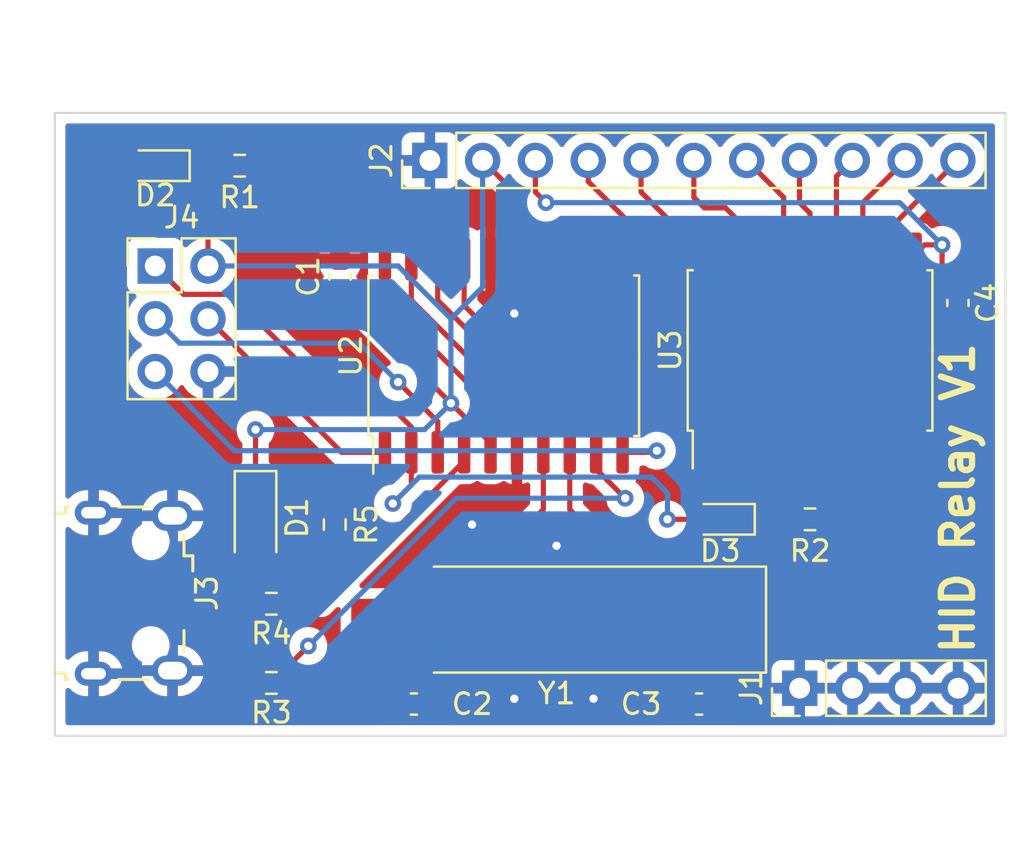
<source format=kicad_pcb>
(kicad_pcb (version 20211014) (generator pcbnew)
  (layers (0 "F.Cu" signal) (31 "B.Cu" signal) (34 "B.Paste" user) (35 "F.Paste" user) (36 "B.SilkS" user "B.Silkscreen") (37 "F.SilkS" user "F.Silkscreen") (38 "B.Mask" user) (39 "F.Mask" user) (44 "Edge.Cuts" user))
  (net 0 "")
  (net 1 "/MOSI")
  (net 2 "/MISO")
  (net 3 "/SCK")
  (net 4 "/VCC")
  (net 5 "GNDREF")
  (net 6 "Net-(C2-Pad1)")
  (net 7 "/RST")
  (net 8 "/VBUS")
  (net 9 "/D-")
  (net 10 "/D+")
  (net 11 "Net-(D3-Pad1)")
  (net 12 "/VRELAY")
  (net 13 "Net-(C3-Pad1)")
  (net 14 "Net-(D2-Pad1)")
  (net 15 "Net-(J2-Pad4)")
  (net 16 "Net-(J2-Pad5)")
  (net 17 "Net-(J2-Pad6)")
  (net 18 "Net-(J2-Pad7)")
  (net 19 "Net-(J2-Pad8)")
  (net 20 "Net-(J2-Pad9)")
  (net 21 "Net-(J2-Pad10)")
  (net 22 "Net-(J2-Pad11)")
  (net 24 "Net-(R3-Pad1)")
  (net 25 "Net-(R4-Pad1)")
  (net 26 "Net-(U2-Pad11)")
  (net 27 "Net-(U2-Pad12)")
  (net 28 "Net-(U2-Pad13)")
  (net 29 "Net-(U2-Pad14)")
  (net 30 "Net-(U2-Pad17)")
  (net 31 "Net-(U2-Pad18)")
  (net 32 "Net-(U2-Pad19)")
  (net 33 "Net-(U2-Pad20)")
  (footprint "Connector_PinHeader_2.54mm:PinHeader_2x03_P2.54mm_Vertical" (layer "F.Cu") (at 120.396 112.522)
    (fp_text reference "J4" (at 1.27 -2.33) (layer "F.SilkS"))
    (fp_text value "AVR-ISP-6")
    (fp_line (start 1.27 -1.33) (end 3.87 -1.33) (layer "F.SilkS") (width 0.12))
    (fp_line (start -1.33 0) (end -1.33 -1.33) (layer "F.SilkS") (width 0.12))
    (fp_line (start 1.27 1.27) (end 1.27 -1.33) (layer "F.SilkS") (width 0.12))
    (fp_line (start 3.87 -1.33) (end 3.87 6.41) (layer "F.SilkS") (width 0.12))
    (fp_line (start -1.33 -1.33) (end 0 -1.33) (layer "F.SilkS") (width 0.12))
    (fp_line (start -1.33 1.27) (end -1.33 6.41) (layer "F.SilkS") (width 0.12))
    (fp_line (start -1.33 6.41) (end 3.87 6.41) (layer "F.SilkS") (width 0.12))
    (fp_line (start -1.33 1.27) (end 1.27 1.27) (layer "F.SilkS") (width 0.12))
    (pad "1" thru_hole rect (at 0 0) (size 1.7 1.7) (drill 1) (layers *.Cu *.Mask) (net 2 "/MISO"))
    (pad "2" thru_hole oval (at 2.54 0) (size 1.7 1.7) (drill 1) (layers *.Cu *.Mask) (net 4 "/VCC"))
    (pad "3" thru_hole oval (at 0 2.54) (size 1.7 1.7) (drill 1) (layers *.Cu *.Mask) (net 3 "/SCK"))
    (pad "4" thru_hole oval (at 2.54 2.54) (size 1.7 1.7) (drill 1) (layers *.Cu *.Mask) (net 1 "/MOSI"))
    (pad "5" thru_hole oval (at 0 5.08) (size 1.7 1.7) (drill 1) (layers *.Cu *.Mask) (net 7 "/RST"))
    (pad "6" thru_hole oval (at 2.54 5.08) (size 1.7 1.7) (drill 1) (layers *.Cu *.Mask) (net 5 "GNDREF"))
  )
  (footprint "Resistor_SMD:R_0603_1608Metric_Pad0.98x0.95mm_HandSolder" (layer "F.Cu") (at 129.032 124.968 90)
    (fp_text reference "R5" (at 0 1.524 90) (layer "F.SilkS"))
    (fp_text value "1.5K")
    (fp_line (start -0.254724 -0.5225) (end 0.254724 -0.5225) (layer "F.SilkS") (width 0.12))
    (fp_line (start -0.254724 0.5225) (end 0.254724 0.5225) (layer "F.SilkS") (width 0.12))
    (pad "1" smd roundrect (at -0.9125 0 90) (size 0.975 0.95) (layers "F.Cu" "F.Paste" "F.Mask") (net 9 "/D-"))
    (pad "2" smd roundrect (at 0.9125 0 90) (size 0.975 0.95) (layers "F.Cu" "F.Paste" "F.Mask") (net 4 "/VCC"))
  )
  (footprint "Capacitor_SMD:C_0603_1608Metric_Pad1.08x0.95mm_HandSolder" (layer "F.Cu") (at 132.842 133.604 180)
    (fp_text reference "C2" (at -2.794 0) (layer "F.SilkS"))
    (fp_text value "20pF")
    (fp_line (start -0.146267 -0.51) (end 0.146267 -0.51) (layer "F.SilkS") (width 0.12))
    (fp_line (start -0.146267 0.51) (end 0.146267 0.51) (layer "F.SilkS") (width 0.12))
    (pad "1" smd roundrect (at -0.8625 0 180) (size 1.075 0.95) (layers "F.Cu" "F.Paste" "F.Mask") (net 6 "Net-(C2-Pad1)"))
    (pad "2" smd roundrect (at 0.8625 0 180) (size 1.075 0.95) (layers "F.Cu" "F.Paste" "F.Mask") (net 5 "GNDREF"))
  )
  (footprint "Connector_PinHeader_2.54mm:PinHeader_1x04_P2.54mm_Vertical" (layer "F.Cu") (at 151.394 132.842 90)
    (fp_text reference "J1" (at 0 -2.33 90) (layer "F.SilkS"))
    (fp_text value "Conn_01x04_Female")
    (fp_line (start -1.33 0) (end -1.33 -1.33) (layer "F.SilkS") (width 0.12))
    (fp_line (start -1.33 8.95) (end 1.33 8.95) (layer "F.SilkS") (width 0.12))
    (fp_line (start -1.33 -1.33) (end 0 -1.33) (layer "F.SilkS") (width 0.12))
    (fp_line (start 1.33 1.27) (end 1.33 8.95) (layer "F.SilkS") (width 0.12))
    (fp_line (start -1.33 1.27) (end -1.33 8.95) (layer "F.SilkS") (width 0.12))
    (fp_line (start -1.33 1.27) (end 1.33 1.27) (layer "F.SilkS") (width 0.12))
    (pad "1" thru_hole rect (at 0 0 90) (size 1.7 1.7) (drill 1) (layers *.Cu *.Mask) (net 5 "GNDREF"))
    (pad "2" thru_hole oval (at 0 2.54 90) (size 1.7 1.7) (drill 1) (layers *.Cu *.Mask) (net 5 "GNDREF"))
    (pad "3" thru_hole oval (at 0 5.08 90) (size 1.7 1.7) (drill 1) (layers *.Cu *.Mask) (net 5 "GNDREF"))
    (pad "4" thru_hole oval (at 0 7.62 90) (size 1.7 1.7) (drill 1) (layers *.Cu *.Mask) (net 5 "GNDREF"))
  )
  (footprint "Resistor_SMD:R_0603_1608Metric_Pad0.98x0.95mm_HandSolder" (layer "F.Cu") (at 151.892 124.714)
    (fp_text reference "R2" (at 0 1.524) (layer "F.SilkS"))
    (fp_text value "240")
    (fp_line (start -0.254724 0.5225) (end 0.254724 0.5225) (layer "F.SilkS") (width 0.12))
    (fp_line (start -0.254724 -0.5225) (end 0.254724 -0.5225) (layer "F.SilkS") (width 0.12))
    (pad "1" smd roundrect (at -0.9125 0) (size 0.975 0.95) (layers "F.Cu" "F.Paste" "F.Mask") (net 11 "Net-(D3-Pad1)"))
    (pad "2" smd roundrect (at 0.9125 0) (size 0.975 0.95) (layers "F.Cu" "F.Paste" "F.Mask") (net 5 "GNDREF"))
  )
  (footprint "Resistor_SMD:R_0603_1608Metric_Pad0.98x0.95mm_HandSolder" (layer "F.Cu") (at 125.984 132.588 180)
    (fp_text reference "R3" (at 0 -1.43) (layer "F.SilkS"))
    (fp_text value "68")
    (fp_line (start -0.254724 0.5225) (end 0.254724 0.5225) (layer "F.SilkS") (width 0.12))
    (fp_line (start -0.254724 -0.5225) (end 0.254724 -0.5225) (layer "F.SilkS") (width 0.12))
    (pad "1" smd roundrect (at -0.9125 0 180) (size 0.975 0.95) (layers "F.Cu" "F.Paste" "F.Mask") (net 24 "Net-(R3-Pad1)"))
    (pad "2" smd roundrect (at 0.9125 0 180) (size 0.975 0.95) (layers "F.Cu" "F.Paste" "F.Mask") (net 10 "/D+"))
  )
  (footprint "Capacitor_SMD:C_0603_1608Metric_Pad1.08x0.95mm_HandSolder" (layer "F.Cu") (at 129.286 113.03 -90)
    (fp_text reference "C1" (at 0 1.524 90) (layer "F.SilkS"))
    (fp_text value "10uF")
    (fp_line (start -0.146267 0.51) (end 0.146267 0.51) (layer "F.SilkS") (width 0.12))
    (fp_line (start -0.146267 -0.51) (end 0.146267 -0.51) (layer "F.SilkS") (width 0.12))
    (pad "1" smd roundrect (at -0.8625 0 270) (size 1.075 0.95) (layers "F.Cu" "F.Paste" "F.Mask") (net 5 "GNDREF"))
    (pad "2" smd roundrect (at 0.8625 0 270) (size 1.075 0.95) (layers "F.Cu" "F.Paste" "F.Mask") (net 4 "/VCC"))
  )
  (footprint "Resistor_SMD:R_0603_1608Metric_Pad0.98x0.95mm_HandSolder" (layer "F.Cu") (at 124.46 107.696)
    (fp_text reference "R1" (at 0 1.524) (layer "F.SilkS"))
    (fp_text value "240")
    (fp_line (start -0.254724 0.5225) (end 0.254724 0.5225) (layer "F.SilkS") (width 0.12))
    (fp_line (start -0.254724 -0.5225) (end 0.254724 -0.5225) (layer "F.SilkS") (width 0.12))
    (pad "1" smd roundrect (at -0.9125 0) (size 0.975 0.95) (layers "F.Cu" "F.Paste" "F.Mask") (net 14 "Net-(D2-Pad1)"))
    (pad "2" smd roundrect (at 0.9125 0) (size 0.975 0.95) (layers "F.Cu" "F.Paste" "F.Mask") (net 5 "GNDREF"))
  )
  (footprint "Connector_PinHeader_2.54mm:PinHeader_1x11_P2.54mm_Vertical" (layer "F.Cu") (at 133.604 107.442 90)
    (fp_text reference "J2" (at 0 -2.33 90) (layer "F.SilkS"))
    (fp_text value "Conn_01x11_Female")
    (fp_line (start -1.33 1.27) (end 1.33 1.27) (layer "F.SilkS") (width 0.12))
    (fp_line (start -1.33 -1.33) (end 0 -1.33) (layer "F.SilkS") (width 0.12))
    (fp_line (start -1.33 26.73) (end 1.33 26.73) (layer "F.SilkS") (width 0.12))
    (fp_line (start 1.33 1.27) (end 1.33 26.73) (layer "F.SilkS") (width 0.12))
    (fp_line (start -1.33 0) (end -1.33 -1.33) (layer "F.SilkS") (width 0.12))
    (fp_line (start -1.33 1.27) (end -1.33 26.73) (layer "F.SilkS") (width 0.12))
    (pad "1" thru_hole rect (at 0 0 90) (size 1.7 1.7) (drill 1) (layers *.Cu *.Mask) (net 5 "GNDREF"))
    (pad "2" thru_hole oval (at 0 2.54 90) (size 1.7 1.7) (drill 1) (layers *.Cu *.Mask) (net 4 "/VCC"))
    (pad "3" thru_hole oval (at 0 5.08 90) (size 1.7 1.7) (drill 1) (layers *.Cu *.Mask) (net 12 "/VRELAY"))
    (pad "4" thru_hole oval (at 0 7.62 90) (size 1.7 1.7) (drill 1) (layers *.Cu *.Mask) (net 15 "Net-(J2-Pad4)"))
    (pad "5" thru_hole oval (at 0 10.16 90) (size 1.7 1.7) (drill 1) (layers *.Cu *.Mask) (net 16 "Net-(J2-Pad5)"))
    (pad "6" thru_hole oval (at 0 12.7 90) (size 1.7 1.7) (drill 1) (layers *.Cu *.Mask) (net 17 "Net-(J2-Pad6)"))
    (pad "7" thru_hole oval (at 0 15.24 90) (size 1.7 1.7) (drill 1) (layers *.Cu *.Mask) (net 18 "Net-(J2-Pad7)"))
    (pad "8" thru_hole oval (at 0 17.78 90) (size 1.7 1.7) (drill 1) (layers *.Cu *.Mask) (net 19 "Net-(J2-Pad8)"))
    (pad "9" thru_hole oval (at 0 20.32 90) (size 1.7 1.7) (drill 1) (layers *.Cu *.Mask) (net 20 "Net-(J2-Pad9)"))
    (pad "10" thru_hole oval (at 0 22.86 90) (size 1.7 1.7) (drill 1) (layers *.Cu *.Mask) (net 21 "Net-(J2-Pad10)"))
    (pad "11" thru_hole oval (at 0 25.4 90) (size 1.7 1.7) (drill 1) (layers *.Cu *.Mask) (net 22 "Net-(J2-Pad11)"))
  )
  (footprint "Diode_SMD:D_SOD-123" (layer "F.Cu") (at 125.222 124.644 -90)
    (fp_text reference "D1" (at 0 -2 90) (layer "F.SilkS"))
    (fp_text value "MBRX120LF")
    (fp_line (start -2.25 1) (end 1.65 1) (layer "F.SilkS") (width 0.12))
    (fp_line (start -2.25 -1) (end 1.65 -1) (layer "F.SilkS") (width 0.12))
    (fp_line (start -2.25 -1) (end -2.25 1) (layer "F.SilkS") (width 0.12))
    (pad "1" smd rect (at -1.65 0 270) (size 0.9 1.2) (layers "F.Cu" "F.Paste" "F.Mask") (net 4 "/VCC"))
    (pad "2" smd rect (at 1.65 0 270) (size 0.9 1.2) (layers "F.Cu" "F.Paste" "F.Mask") (net 8 "/VBUS"))
  )
  (footprint "Capacitor_SMD:C_0603_1608Metric_Pad1.08x0.95mm_HandSolder" (layer "F.Cu") (at 159.004 114.3 -90)
    (fp_text reference "C4" (at 0 -1.43 90) (layer "F.SilkS"))
    (fp_text value "10uF")
    (fp_line (start -0.146267 -0.51) (end 0.146267 -0.51) (layer "F.SilkS") (width 0.12))
    (fp_line (start -0.146267 0.51) (end 0.146267 0.51) (layer "F.SilkS") (width 0.12))
    (pad "1" smd roundrect (at -0.8625 0 270) (size 1.075 0.95) (layers "F.Cu" "F.Paste" "F.Mask") (net 12 "/VRELAY"))
    (pad "2" smd roundrect (at 0.8625 0 270) (size 1.075 0.95) (layers "F.Cu" "F.Paste" "F.Mask") (net 5 "GNDREF"))
  )
  (footprint "Resistor_SMD:R_0603_1608Metric_Pad0.98x0.95mm_HandSolder" (layer "F.Cu") (at 125.984 128.778 180)
    (fp_text reference "R4" (at 0 -1.43) (layer "F.SilkS"))
    (fp_text value "68")
    (fp_line (start -0.254724 0.5225) (end 0.254724 0.5225) (layer "F.SilkS") (width 0.12))
    (fp_line (start -0.254724 -0.5225) (end 0.254724 -0.5225) (layer "F.SilkS") (width 0.12))
    (pad "1" smd roundrect (at -0.9125 0 180) (size 0.975 0.95) (layers "F.Cu" "F.Paste" "F.Mask") (net 25 "Net-(R4-Pad1)"))
    (pad "2" smd roundrect (at 0.9125 0 180) (size 0.975 0.95) (layers "F.Cu" "F.Paste" "F.Mask") (net 9 "/D-"))
  )
  (footprint "Connector_USB:USB_Micro-B_Wuerth_629105150521" (layer "F.Cu") (at 119.38 128.27 -90)
    (fp_text reference "J3" (at 0 -3.5 90) (layer "F.SilkS"))
    (fp_text value "USB_B_Micro")
    (fp_line (start -1.8 -2.825) (end -1.8 -2.4) (layer "F.SilkS") (width 0.15))
    (fp_line (start -3.85 3.3) (end -3.85 3.75) (layer "F.SilkS") (width 0.15))
    (fp_line (start 4.15 3.3) (end 4.15 3.15) (layer "F.SilkS") (width 0.15))
    (fp_line (start -4.15 3.15) (end -4.15 3.3) (layer "F.SilkS") (width 0.15))
    (fp_line (start 4.15 0.75) (end 4.15 -0.65) (layer "F.SilkS") (width 0.15))
    (fp_line (start -4.15 -0.65) (end -4.15 0.75) (layer "F.SilkS") (width 0.15))
    (fp_line (start -1.075 -2.825) (end -1.8 -2.825) (layer "F.SilkS") (width 0.15))
    (fp_line (start 1.8 -2.4) (end 2.8 -2.4) (layer "F.SilkS") (width 0.15))
    (fp_line (start -1.8 -2.4) (end -2.8 -2.4) (layer "F.SilkS") (width 0.15))
    (fp_line (start 3.85 3.75) (end 3.85 3.3) (layer "F.SilkS") (width 0.15))
    (fp_line (start -4.15 3.3) (end -3.85 3.3) (layer "F.SilkS") (width 0.15))
    (fp_line (start 3.85 3.3) (end 4.15 3.3) (layer "F.SilkS") (width 0.15))
    (pad "" np_thru_hole oval (at -2.5 -0.8 270) (size 0.8 0.8) (drill 0.8) (layers *.Cu *.Mask))
    (pad "" np_thru_hole oval (at 2.5 -0.8 270) (size 0.8 0.8) (drill 0.8) (layers *.Cu *.Mask))
    (pad "1" smd rect (at -1.3 -1.9 270) (size 0.45 1.3) (layers "F.Cu" "F.Paste" "F.Mask") (net 8 "/VBUS"))
    (pad "2" smd rect (at -0.65 -1.9 270) (size 0.45 1.3) (layers "F.Cu" "F.Paste" "F.Mask") (net 9 "/D-"))
    (pad "3" smd rect (at 0 -1.9 270) (size 0.45 1.3) (layers "F.Cu" "F.Paste" "F.Mask") (net 10 "/D+"))
    (pad "4" smd rect (at 0.65 -1.9 270) (size 0.45 1.3) (layers "F.Cu" "F.Paste" "F.Mask"))
    (pad "5" smd rect (at 1.3 -1.9 270) (size 0.45 1.3) (layers "F.Cu" "F.Paste" "F.Mask") (net 5 "GNDREF"))
    (pad "6" thru_hole oval (at -3.725 -1.85 270) (size 1.45 2) (drill oval 0.85 1.4) (layers *.Cu *.Mask) (net 5 "GNDREF"))
    (pad "6" thru_hole oval (at 3.875 1.95 270) (size 1.15 1.8) (drill oval 0.55 1.2) (layers *.Cu *.Mask) (net 5 "GNDREF"))
    (pad "6" thru_hole oval (at -3.875 1.95 270) (size 1.15 1.8) (drill oval 0.55 1.2) (layers *.Cu *.Mask) (net 5 "GNDREF"))
    (pad "6" thru_hole oval (at 3.725 -1.85 270) (size 1.45 2) (drill oval 0.85 1.4) (layers *.Cu *.Mask) (net 5 "GNDREF"))
  )
  (footprint "LED_SMD:LED_0603_1608Metric_Pad1.05x0.95mm_HandSolder" (layer "F.Cu") (at 120.396 107.696 180)
    (fp_text reference "D2" (at 0 -1.43) (layer "F.SilkS"))
    (fp_text value "LED")
    (fp_line (start -1.66 -0.735) (end -1.66 0.735) (layer "F.SilkS") (width 0.12))
    (fp_line (start -1.66 0.735) (end 0.8 0.735) (layer "F.SilkS") (width 0.12))
    (fp_line (start 0.8 -0.735) (end -1.66 -0.735) (layer "F.SilkS") (width 0.12))
    (pad "1" smd roundrect (at -0.875 0 180) (size 1.05 0.95) (layers "F.Cu" "F.Paste" "F.Mask") (net 14 "Net-(D2-Pad1)"))
    (pad "2" smd roundrect (at 0.875 0 180) (size 1.05 0.95) (layers "F.Cu" "F.Paste" "F.Mask") (net 4 "/VCC"))
  )
  (footprint "Capacitor_SMD:C_0603_1608Metric_Pad1.08x0.95mm_HandSolder" (layer "F.Cu") (at 146.558 133.604)
    (fp_text reference "C3" (at -2.794 0) (layer "F.SilkS"))
    (fp_text value "20pF")
    (fp_line (start -0.146267 -0.51) (end 0.146267 -0.51) (layer "F.SilkS") (width 0.12))
    (fp_line (start -0.146267 0.51) (end 0.146267 0.51) (layer "F.SilkS") (width 0.12))
    (pad "1" smd roundrect (at -0.8625 0) (size 1.075 0.95) (layers "F.Cu" "F.Paste" "F.Mask") (net 13 "Net-(C3-Pad1)"))
    (pad "2" smd roundrect (at 0.8625 0) (size 1.075 0.95) (layers "F.Cu" "F.Paste" "F.Mask") (net 5 "GNDREF"))
  )
  (footprint "Crystal:Crystal_SMD_HC49-SD_HandSoldering" (layer "F.Cu") (at 139.7 129.54 180)
    (fp_text reference "Y1" (at 0 -3.55) (layer "F.SilkS"))
    (fp_text value "12MHz")
    (fp_line (start -10.075 -2.55) (end -10.075 2.55) (layer "F.SilkS") (width 0.12))
    (fp_line (start 5.9 -2.55) (end -10.075 -2.55) (layer "F.SilkS") (width 0.12))
    (fp_line (start -10.075 2.55) (end 5.9 2.55) (layer "F.SilkS") (width 0.12))
    (pad "1" smd rect (at -5.9375 0 180) (size 7.875 2) (layers "F.Cu" "F.Paste" "F.Mask") (net 13 "Net-(C3-Pad1)"))
    (pad "2" smd rect (at 5.9375 0 180) (size 7.875 2) (layers "F.Cu" "F.Paste" "F.Mask") (net 6 "Net-(C2-Pad1)"))
  )
  (footprint "LED_SMD:LED_0603_1608Metric_Pad1.05x0.95mm_HandSolder" (layer "F.Cu") (at 147.574 124.714 180)
    (fp_text reference "D3" (at 0 -1.524) (layer "F.SilkS"))
    (fp_text value "LED")
    (fp_line (start -1.66 0.735) (end 0.8 0.735) (layer "F.SilkS") (width 0.12))
    (fp_line (start -1.66 -0.735) (end -1.66 0.735) (layer "F.SilkS") (width 0.12))
    (fp_line (start 0.8 -0.735) (end -1.66 -0.735) (layer "F.SilkS") (width 0.12))
    (pad "1" smd roundrect (at -0.875 0 180) (size 1.05 0.95) (layers "F.Cu" "F.Paste" "F.Mask") (net 11 "Net-(D3-Pad1)"))
    (pad "2" smd roundrect (at 0.875 0 180) (size 1.05 0.95) (layers "F.Cu" "F.Paste" "F.Mask") (net 2 "/MISO"))
  )
  (footprint "Package_SO:SOIC-20W_7.5x12.8mm_P1.27mm" (layer "F.Cu") (at 137.16 116.84 90)
    (fp_text reference "U2" (at 0 -7.35 90) (layer "F.SilkS"))
    (fp_text value "ATtiny261A-S")
    (fp_line (start -3.86 -6.275) (end -5.675 -6.275) (layer "F.SilkS") (width 0.12))
    (fp_line (start -3.86 -6.51) (end -3.86 -6.275) (layer "F.SilkS") (width 0.12))
    (fp_line (start -3.86 6.51) (end -3.86 6.275) (layer "F.SilkS") (width 0.12))
    (fp_line (start 3.86 -6.51) (end 3.86 -6.275) (layer "F.SilkS") (width 0.12))
    (fp_line (start 0 6.51) (end 3.86 6.51) (layer "F.SilkS") (width 0.12))
    (fp_line (start 0 -6.51) (end 3.86 -6.51) (layer "F.SilkS") (width 0.12))
    (fp_line (start 0 -6.51) (end -3.86 -6.51) (layer "F.SilkS") (width 0.12))
    (fp_line (start 3.86 6.51) (end 3.86 6.275) (layer "F.SilkS") (width 0.12))
    (fp_line (start 0 6.51) (end -3.86 6.51) (layer "F.SilkS") (width 0.12))
    (pad "1" smd roundrect (at -4.65 -5.715 90) (size 2.05 0.6) (layers "F.Cu" "F.Paste" "F.Mask") (net 1 "/MOSI"))
    (pad "2" smd roundrect (at -4.65 -4.445 90) (size 2.05 0.6) (layers "F.Cu" "F.Paste" "F.Mask") (net 2 "/MISO"))
    (pad "3" smd roundrect (at -4.65 -3.175 90) (size 2.05 0.6) (layers "F.Cu" "F.Paste" "F.Mask") (net 3 "/SCK"))
    (pad "4" smd roundrect (at -4.65 -1.905 90) (size 2.05 0.6) (layers "F.Cu" "F.Paste" "F.Mask") (net 25 "Net-(R4-Pad1)"))
    (pad "5" smd roundrect (at -4.65 -0.635 90) (size 2.05 0.6) (layers "F.Cu" "F.Paste" "F.Mask") (net 4 "/VCC"))
    (pad "6" smd roundrect (at -4.65 0.635 90) (size 2.05 0.6) (layers "F.Cu" "F.Paste" "F.Mask") (net 5 "GNDREF"))
    (pad "7" smd roundrect (at -4.65 1.905 90) (size 2.05 0.6) (layers "F.Cu" "F.Paste" "F.Mask") (net 6 "Net-(C2-Pad1)"))
    (pad "8" smd roundrect (at -4.65 3.175 90) (size 2.05 0.6) (layers "F.Cu" "F.Paste" "F.Mask") (net 13 "Net-(C3-Pad1)"))
    (pad "9" smd roundrect (at -4.65 4.445 90) (size 2.05 0.6) (layers "F.Cu" "F.Paste" "F.Mask") (net 24 "Net-(R3-Pad1)"))
    (pad "10" smd roundrect (at -4.65 5.715 90) (size 2.05 0.6) (layers "F.Cu" "F.Paste" "F.Mask") (net 7 "/RST"))
    (pad "11" smd roundrect (at 4.65 5.715 90) (size 2.05 0.6) (layers "F.Cu" "F.Paste" "F.Mask") (net 26 "Net-(U2-Pad11)"))
    (pad "12" smd roundrect (at 4.65 4.445 90) (size 2.05 0.6) (layers "F.Cu" "F.Paste" "F.Mask") (net 27 "Net-(U2-Pad12)"))
    (pad "13" smd roundrect (at 4.65 3.175 90) (size 2.05 0.6) (layers "F.Cu" "F.Paste" "F.Mask") (net 28 "Net-(U2-Pad13)"))
    (pad "14" smd roundrect (at 4.65 1.905 90) (size 2.05 0.6) (layers "F.Cu" "F.Paste" "F.Mask") (net 29 "Net-(U2-Pad14)"))
    (pad "15" smd roundrect (at 4.65 0.635 90) (size 2.05 0.6) (layers "F.Cu" "F.Paste" "F.Mask") (net 4 "/VCC"))
    (pad "16" smd roundrect (at 4.65 -0.635 90) (size 2.05 0.6) (layers "F.Cu" "F.Paste" "F.Mask") (net 5 "GNDREF"))
    (pad "17" smd roundrect (at 4.65 -1.905 90) (size 2.05 0.6) (layers "F.Cu" "F.Paste" "F.Mask") (net 30 "Net-(U2-Pad17)"))
    (pad "18" smd roundrect (at 4.65 -3.175 90) (size 2.05 0.6) (layers "F.Cu" "F.Paste" "F.Mask") (net 31 "Net-(U2-Pad18)"))
    (pad "19" smd roundrect (at 4.65 -4.445 90) (size 2.05 0.6) (layers "F.Cu" "F.Paste" "F.Mask") (net 32 "Net-(U2-Pad19)"))
    (pad "20" smd roundrect (at 4.65 -5.715 90) (size 2.05 0.6) (layers "F.Cu" "F.Paste" "F.Mask") (net 33 "Net-(U2-Pad20)"))
  )
  (footprint "Package_SO:SOIC-18W_7.5x11.6mm_P1.27mm" (layer "F.Cu") (at 151.892 116.586 90)
    (fp_text reference "U3" (at 0 -6.72 90) (layer "F.SilkS"))
    (fp_text value "ULN2803A")
    (fp_line (start 0 5.885) (end 3.86 5.885) (layer "F.SilkS") (width 0.12))
    (fp_line (start 0 5.885) (end -3.86 5.885) (layer "F.SilkS") (width 0.12))
    (fp_line (start -3.86 -5.64) (end -5.675 -5.64) (layer "F.SilkS") (width 0.12))
    (fp_line (start -3.86 -5.885) (end -3.86 -5.64) (layer "F.SilkS") (width 0.12))
    (fp_line (start 3.86 5.885) (end 3.86 5.64) (layer "F.SilkS") (width 0.12))
    (fp_line (start 0 -5.885) (end -3.86 -5.885) (layer "F.SilkS") (width 0.12))
    (fp_line (start -3.86 5.885) (end -3.86 5.64) (layer "F.SilkS") (width 0.12))
    (fp_line (start 3.86 -5.885) (end 3.86 -5.64) (layer "F.SilkS") (width 0.12))
    (fp_line (start 0 -5.885) (end 3.86 -5.885) (layer "F.SilkS") (width 0.12))
    (pad "1" smd roundrect (at -4.65 -5.08 90) (size 2.05 0.6) (layers "F.Cu" "F.Paste" "F.Mask") (net 33 "Net-(U2-Pad20)"))
    (pad "2" smd roundrect (at -4.65 -3.81 90) (size 2.05 0.6) (layers "F.Cu" "F.Paste" "F.Mask") (net 32 "Net-(U2-Pad19)"))
    (pad "3" smd roundrect (at -4.65 -2.54 90) (size 2.05 0.6) (layers "F.Cu" "F.Paste" "F.Mask") (net 31 "Net-(U2-Pad18)"))
    (pad "4" smd roundrect (at -4.65 -1.27 90) (size 2.05 0.6) (layers "F.Cu" "F.Paste" "F.Mask") (net 30 "Net-(U2-Pad17)"))
    (pad "5" smd roundrect (at -4.65 0 90) (size 2.05 0.6) (layers "F.Cu" "F.Paste" "F.Mask") (net 29 "Net-(U2-Pad14)"))
    (pad "6" smd roundrect (at -4.65 1.27 90) (size 2.05 0.6) (layers "F.Cu" "F.Paste" "F.Mask") (net 28 "Net-(U2-Pad13)"))
    (pad "7" smd roundrect (at -4.65 2.54 90) (size 2.05 0.6) (layers "F.Cu" "F.Paste" "F.Mask") (net 27 "Net-(U2-Pad12)"))
    (pad "8" smd roundrect (at -4.65 3.81 90) (size 2.05 0.6) (layers "F.Cu" "F.Paste" "F.Mask") (net 26 "Net-(U2-Pad11)"))
    (pad "9" smd roundrect (at -4.65 5.08 90) (size 2.05 0.6) (layers "F.Cu" "F.Paste" "F.Mask") (net 5 "GNDREF"))
    (pad "10" smd roundrect (at 4.65 5.08 90) (size 2.05 0.6) (layers "F.Cu" "F.Paste" "F.Mask") (net 12 "/VRELAY"))
    (pad "11" smd roundrect (at 4.65 3.81 90) (size 2.05 0.6) (layers "F.Cu" "F.Paste" "F.Mask") (net 22 "Net-(J2-Pad11)"))
    (pad "12" smd roundrect (at 4.65 2.54 90) (size 2.05 0.6) (layers "F.Cu" "F.Paste" "F.Mask") (net 21 "Net-(J2-Pad10)"))
    (pad "13" smd roundrect (at 4.65 1.27 90) (size 2.05 0.6) (layers "F.Cu" "F.Paste" "F.Mask") (net 20 "Net-(J2-Pad9)"))
    (pad "14" smd roundrect (at 4.65 0 90) (size 2.05 0.6) (layers "F.Cu" "F.Paste" "F.Mask") (net 19 "Net-(J2-Pad8)"))
    (pad "15" smd roundrect (at 4.65 -1.27 90) (size 2.05 0.6) (layers "F.Cu" "F.Paste" "F.Mask") (net 18 "Net-(J2-Pad7)"))
    (pad "16" smd roundrect (at 4.65 -2.54 90) (size 2.05 0.6) (layers "F.Cu" "F.Paste" "F.Mask") (net 17 "Net-(J2-Pad6)"))
    (pad "17" smd roundrect (at 4.65 -3.81 90) (size 2.05 0.6) (layers "F.Cu" "F.Paste" "F.Mask") (net 16 "Net-(J2-Pad5)"))
    (pad "18" smd roundrect (at 4.65 -5.08 90) (size 2.05 0.6) (layers "F.Cu" "F.Paste" "F.Mask") (net 15 "Net-(J2-Pad4)"))
  )
  (gr_rect (start 115.57 105.156) (end 161.29 135.128) (layer "Edge.Cuts") (width 0.1) (fill none))
  (gr_text "HID Relay V1" (at 159.004 123.698 90) (layer "F.SilkS") (effects (font (size 1.5 1.5) (thickness 0.3))))
  (segment (start 131.445 121.49) (end 129.364 121.49) (width 0.25) (layer "F.Cu") (net 1))
  (segment (start 129.364 121.49) (end 122.936 115.062) (width 0.25) (layer "F.Cu") (net 1))
  (segment (start 129.032 118.872) (end 124.047 113.887) (width 0.25) (layer "F.Cu") (net 2))
  (segment (start 121.761 113.887) (end 120.396 112.522) (width 0.25) (layer "F.Cu") (net 2))
  (segment (start 145.034 124.714) (end 146.699 124.714) (width 0.25) (layer "F.Cu") (net 2))
  (segment (start 131.318 118.872) (end 129.032 118.872) (width 0.25) (layer "F.Cu") (net 2))
  (segment (start 124.047 113.887) (end 121.761 113.887) (width 0.25) (layer "F.Cu") (net 2))
  (segment (start 132.715 123.063) (end 131.826 123.952) (width 0.25) (layer "F.Cu") (net 2))
  (segment (start 132.715 121.49) (end 132.715 123.063) (width 0.25) (layer "F.Cu") (net 2))
  (segment (start 132.715 120.269) (end 131.318 118.872) (width 0.25) (layer "F.Cu") (net 2))
  (segment (start 132.715 121.49) (end 132.715 120.269) (width 0.25) (layer "F.Cu") (net 2))
  (via (at 131.826 123.952) (size 0.8) (drill 0.4) (layers "F.Cu" "B.Cu") (net 2))
  (via (at 145.034 124.714) (size 0.8) (drill 0.4) (layers "F.Cu" "B.Cu") (net 2))
  (segment (start 133.096 122.682) (end 144.272 122.682) (width 0.25) (layer "B.Cu") (net 2))
  (segment (start 145.034 123.444) (end 145.034 124.714) (width 0.25) (layer "B.Cu") (net 2))
  (segment (start 144.272 122.682) (end 145.034 123.444) (width 0.25) (layer "B.Cu") (net 2))
  (segment (start 131.826 123.952) (end 133.096 122.682) (width 0.25) (layer "B.Cu") (net 2))
  (segment (start 133.985 120.015) (end 132.08 118.11) (width 0.25) (layer "F.Cu") (net 3))
  (segment (start 133.985 120.015) (end 133.985 121.49) (width 0.25) (layer "F.Cu") (net 3))
  (via (at 132.08 118.11) (size 0.8) (drill 0.4) (layers "F.Cu" "B.Cu") (net 3))
  (segment (start 130.207 116.237) (end 121.571 116.237) (width 0.25) (layer "B.Cu") (net 3))
  (segment (start 121.571 116.237) (end 120.396 115.062) (width 0.25) (layer "B.Cu") (net 3))
  (segment (start 132.08 118.11) (end 130.207 116.237) (width 0.25) (layer "B.Cu") (net 3))
  (segment (start 137.795 112.19) (end 137.795 109.093) (width 0.25) (layer "F.Cu") (net 4))
  (segment (start 122.936 111.111) (end 119.521 107.696) (width 0.25) (layer "F.Cu") (net 4))
  (segment (start 137.795 109.093) (end 136.144 107.442) (width 0.25) (layer "F.Cu") (net 4))
  (segment (start 129.032 124.0555) (end 127.9705 122.994) (width 0.25) (layer "F.Cu") (net 4))
  (segment (start 125.222 122.994) (end 125.222 120.396) (width 0.25) (layer "F.Cu") (net 4))
  (segment (start 122.936 112.522) (end 122.936 111.111) (width 0.25) (layer "F.Cu") (net 4))
  (segment (start 127.9705 122.994) (end 125.222 122.994) (width 0.25) (layer "F.Cu") (net 4))
  (segment (start 136.525 121.49) (end 136.525 121.031) (width 0.25) (layer "F.Cu") (net 4))
  (segment (start 129.286 113.8925) (end 129.3865 113.8925) (width 0.25) (layer "F.Cu") (net 4))
  (segment (start 129.3865 113.8925) (end 134.62 119.126) (width 0.25) (layer "F.Cu") (net 4))
  (segment (start 136.525 121.031) (end 134.62 119.126) (width 0.25) (layer "F.Cu") (net 4))
  (via (at 125.222 120.396) (size 0.8) (drill 0.4) (layers "F.Cu" "B.Cu") (net 4))
  (via (at 134.62 119.126) (size 0.8) (drill 0.4) (layers "F.Cu" "B.Cu") (net 4))
  (segment (start 136.144 107.442) (end 136.144 113.538) (width 0.25) (layer "B.Cu") (net 4))
  (segment (start 122.936 112.522) (end 132.08 112.522) (width 0.25) (layer "B.Cu") (net 4))
  (segment (start 133.35 120.396) (end 134.62 119.126) (width 0.25) (layer "B.Cu") (net 4))
  (segment (start 125.222 120.396) (end 133.35 120.396) (width 0.25) (layer "B.Cu") (net 4))
  (segment (start 136.144 113.538) (end 134.62 115.062) (width 0.25) (layer "B.Cu") (net 4))
  (segment (start 134.62 119.126) (end 134.62 115.062) (width 0.25) (layer "B.Cu") (net 4))
  (segment (start 134.62 115.062) (end 132.08 112.522) (width 0.25) (layer "B.Cu") (net 4))
  (via (at 135.636 124.968) (size 0.8) (drill 0.4) (layers "F.Cu" "B.Cu") (net 5))
  (via (at 137.668 114.808) (size 0.8) (drill 0.4) (layers "F.Cu" "B.Cu") (net 5))
  (via (at 139.7 125.984) (size 0.8) (drill 0.4) (layers "F.Cu" "B.Cu") (net 5))
  (via (at 141.478 133.35) (size 0.8) (drill 0.4) (layers "F.Cu" "B.Cu") (net 5))
  (via (at 137.668 133.35) (size 0.8) (drill 0.4) (layers "F.Cu" "B.Cu") (net 5))
  (segment (start 133.7625 133.599) (end 133.7575 133.604) (width 0.25) (layer "F.Cu") (net 6))
  (segment (start 133.7625 129.54) (end 133.7625 133.599) (width 0.25) (layer "F.Cu") (net 6))
  (segment (start 139.065 121.49) (end 139.065 124.2375) (width 0.25) (layer "F.Cu") (net 6))
  (segment (start 139.065 124.2375) (end 133.7625 129.54) (width 0.25) (layer "F.Cu") (net 6))
  (segment (start 144.448 121.49) (end 144.526 121.412) (width 0.25) (layer "F.Cu") (net 7))
  (segment (start 142.875 121.49) (end 144.448 121.49) (width 0.25) (layer "F.Cu") (net 7))
  (via (at 144.526 121.412) (size 0.8) (drill 0.4) (layers "F.Cu" "B.Cu") (net 7))
  (segment (start 144.526 121.412) (end 124.206 121.412) (width 0.25) (layer "B.Cu") (net 7))
  (segment (start 124.206 121.412) (end 120.396 117.602) (width 0.25) (layer "B.Cu") (net 7))
  (segment (start 124.546 126.97) (end 125.222 126.294) (width 0.25) (layer "F.Cu") (net 8))
  (segment (start 121.28 126.97) (end 124.546 126.97) (width 0.25) (layer "F.Cu") (net 8))
  (segment (start 121.28 127.62) (end 123.9135 127.62) (width 0.2) (layer "F.Cu") (net 9))
  (segment (start 127.969 125.8805) (end 125.0715 128.778) (width 0.2) (layer "F.Cu") (net 9))
  (segment (start 129.032 125.8805) (end 127.969 125.8805) (width 0.2) (layer "F.Cu") (net 9))
  (segment (start 123.9135 127.62) (end 125.0715 128.778) (width 0.2) (layer "F.Cu") (net 9))
  (segment (start 121.28 128.27) (end 122.13 128.27) (width 0.2) (layer "F.Cu") (net 10))
  (segment (start 125.0715 131.2115) (end 125.0715 132.588) (width 0.2) (layer "F.Cu") (net 10))
  (segment (start 122.13 128.27) (end 125.0715 131.2115) (width 0.2) (layer "F.Cu") (net 10))
  (segment (start 148.449 124.714) (end 150.9795 124.714) (width 0.25) (layer "F.Cu") (net 11))
  (segment (start 138.684 107.442) (end 138.684 108.966) (width 0.25) (layer "F.Cu") (net 12))
  (segment (start 158.242 111.506) (end 158.242 112.6755) (width 0.25) (layer "F.Cu") (net 12))
  (segment (start 138.684 108.966) (end 139.192 109.474) (width 0.25) (layer "F.Cu") (net 12))
  (segment (start 158.242 111.506) (end 157.402 111.506) (width 0.25) (layer "F.Cu") (net 12))
  (segment (start 157.402 111.506) (end 156.972 111.936) (width 0.25) (layer "F.Cu") (net 12))
  (segment (start 158.242 112.6755) (end 159.004 113.4375) (width 0.25) (layer "F.Cu") (net 12))
  (via (at 158.242 111.506) (size 0.8) (drill 0.4) (layers "F.Cu" "B.Cu") (net 12))
  (via (at 139.192 109.474) (size 0.8) (drill 0.4) (layers "F.Cu" "B.Cu") (net 12))
  (segment (start 139.192 109.474) (end 156.21 109.474) (width 0.25) (layer "B.Cu") (net 12))
  (segment (start 156.21 109.474) (end 158.242 111.506) (width 0.25) (layer "B.Cu") (net 12))
  (segment (start 140.335 124.2375) (end 145.6375 129.54) (width 0.25) (layer "F.Cu") (net 13))
  (segment (start 145.6375 129.54) (end 145.6375 133.599) (width 0.25) (layer "F.Cu") (net 13))
  (segment (start 145.6375 133.599) (end 145.6425 133.604) (width 0.25) (layer "F.Cu") (net 13))
  (segment (start 140.335 121.49) (end 140.335 124.2375) (width 0.25) (layer "F.Cu") (net 13))
  (segment (start 121.271 107.696) (end 123.5475 107.696) (width 0.25) (layer "F.Cu") (net 14))
  (segment (start 146.812 111.936) (end 144.702 111.936) (width 0.25) (layer "F.Cu") (net 15))
  (segment (start 141.224 108.458) (end 141.224 107.442) (width 0.25) (layer "F.Cu") (net 15))
  (segment (start 144.702 111.936) (end 141.224 108.458) (width 0.25) (layer "F.Cu") (net 15))
  (segment (start 146.812 110.236) (end 145.034 110.236) (width 0.25) (layer "F.Cu") (net 16))
  (segment (start 143.764 108.966) (end 143.764 107.442) (width 0.25) (layer "F.Cu") (net 16))
  (segment (start 148.082 111.936) (end 148.082 111.506) (width 0.25) (layer "F.Cu") (net 16))
  (segment (start 145.034 110.236) (end 143.764 108.966) (width 0.25) (layer "F.Cu") (net 16))
  (segment (start 148.082 111.506) (end 146.812 110.236) (width 0.25) (layer "F.Cu") (net 16))
  (segment (start 146.304 107.442) (end 146.304 109.22) (width 0.25) (layer "F.Cu") (net 17))
  (segment (start 146.812 109.728) (end 147.828 109.728) (width 0.25) (layer "F.Cu") (net 17))
  (segment (start 147.828 109.728) (end 149.352 111.252) (width 0.25) (layer "F.Cu") (net 17))
  (segment (start 146.304 109.22) (end 146.812 109.728) (width 0.25) (layer "F.Cu") (net 17))
  (segment (start 149.352 111.252) (end 149.352 111.936) (width 0.25) (layer "F.Cu") (net 17))
  (segment (start 150.622 109.22) (end 150.622 111.936) (width 0.25) (layer "F.Cu") (net 18))
  (segment (start 148.844 107.442) (end 150.622 109.22) (width 0.25) (layer "F.Cu") (net 18))
  (segment (start 151.892 111.936) (end 151.892 109.982) (width 0.25) (layer "F.Cu") (net 19))
  (segment (start 151.384 109.474) (end 151.384 107.442) (width 0.25) (layer "F.Cu") (net 19))
  (segment (start 151.892 109.982) (end 151.384 109.474) (width 0.25) (layer "F.Cu") (net 19))
  (segment (start 153.162 108.204) (end 153.924 107.442) (width 0.25) (layer "F.Cu") (net 20))
  (segment (start 153.162 111.936) (end 153.162 108.204) (width 0.25) (layer "F.Cu") (net 20))
  (segment (start 154.432 111.936) (end 154.432 109.474) (width 0.25) (layer "F.Cu") (net 21))
  (segment (start 154.432 109.474) (end 156.464 107.442) (width 0.25) (layer "F.Cu") (net 21))
  (segment (start 155.702 111.936) (end 155.702 110.744) (width 0.25) (layer "F.Cu") (net 22))
  (segment (start 155.702 110.744) (end 159.004 107.442) (width 0.25) (layer "F.Cu") (net 22))
  (segment (start 126.8965 132.588) (end 126.8965 131.6755) (width 0.25) (layer "F.Cu") (net 24))
  (segment (start 143.002 123.698) (end 141.605 122.301) (width 0.25) (layer "F.Cu") (net 24))
  (segment (start 141.605 122.301) (end 141.605 121.49) (width 0.25) (layer "F.Cu") (net 24))
  (segment (start 126.8965 131.6755) (end 127.762 130.81) (width 0.25) (layer "F.Cu") (net 24))
  (via (at 127.762 130.81) (size 0.8) (drill 0.4) (layers "F.Cu" "B.Cu") (net 24))
  (via (at 143.002 123.698) (size 0.8) (drill 0.4) (layers "F.Cu" "B.Cu") (net 24))
  (segment (start 134.874 123.698) (end 143.002 123.698) (width 0.25) (layer "B.Cu") (net 24))
  (segment (start 127.762 130.81) (end 134.874 123.698) (width 0.25) (layer "B.Cu") (net 24))
  (segment (start 126.8965 128.778) (end 128.393751 128.778) (width 0.25) (layer "F.Cu") (net 25))
  (segment (start 128.393751 128.778) (end 135.255 121.916751) (width 0.25) (layer "F.Cu") (net 25))
  (segment (start 135.255 121.916751) (end 135.255 121.49) (width 0.25) (layer "F.Cu") (net 25))
  (segment (start 142.875 112.19) (end 142.875 113.919) (width 0.25) (layer "F.Cu") (net 26))
  (segment (start 155.702 118.618) (end 155.702 121.236) (width 0.25) (layer "F.Cu") (net 26))
  (segment (start 151.384 114.3) (end 155.702 118.618) (width 0.25) (layer "F.Cu") (net 26))
  (segment (start 142.875 113.919) (end 143.256 114.3) (width 0.25) (layer "F.Cu") (net 26))
  (segment (start 143.256 114.3) (end 151.384 114.3) (width 0.25) (layer "F.Cu") (net 26))
  (segment (start 150.876 115.062) (end 154.432 118.618) (width 0.25) (layer "F.Cu") (net 27))
  (segment (start 141.986 115.062) (end 150.876 115.062) (width 0.25) (layer "F.Cu") (net 27))
  (segment (start 141.605 114.681) (end 141.986 115.062) (width 0.25) (layer "F.Cu") (net 27))
  (segment (start 141.605 112.19) (end 141.605 114.681) (width 0.25) (layer "F.Cu") (net 27))
  (segment (start 154.432 118.618) (end 154.432 121.236) (width 0.25) (layer "F.Cu") (net 27))
  (segment (start 150.114 115.824) (end 153.162 118.872) (width 0.25) (layer "F.Cu") (net 28))
  (segment (start 140.335 115.443) (end 140.716 115.824) (width 0.25) (layer "F.Cu") (net 28))
  (segment (start 140.716 115.824) (end 150.114 115.824) (width 0.25) (layer "F.Cu") (net 28))
  (segment (start 153.162 118.872) (end 153.162 121.236) (width 0.25) (layer "F.Cu") (net 28))
  (segment (start 140.335 112.19) (end 140.335 115.443) (width 0.25) (layer "F.Cu") (net 28))
  (segment (start 139.065 112.19) (end 139.065 115.951) (width 0.25) (layer "F.Cu") (net 29))
  (segment (start 151.892 119.126) (end 151.892 121.236) (width 0.25) (layer "F.Cu") (net 29))
  (segment (start 149.352 116.586) (end 151.892 119.126) (width 0.25) (layer "F.Cu") (net 29))
  (segment (start 139.7 116.586) (end 149.352 116.586) (width 0.25) (layer "F.Cu") (net 29))
  (segment (start 139.065 115.951) (end 139.7 116.586) (width 0.25) (layer "F.Cu") (net 29))
  (segment (start 150.622 119.38) (end 150.622 121.236) (width 0.25) (layer "F.Cu") (net 30))
  (segment (start 135.255 112.19) (end 135.255 114.427) (width 0.25) (layer "F.Cu") (net 30))
  (segment (start 148.59 117.348) (end 150.622 119.38) (width 0.25) (layer "F.Cu") (net 30))
  (segment (start 135.255 114.427) (end 138.176 117.348) (width 0.25) (layer "F.Cu") (net 30))
  (segment (start 138.176 117.348) (end 148.59 117.348) (width 0.25) (layer "F.Cu") (net 30))
  (segment (start 133.985 112.19) (end 133.985 114.173) (width 0.25) (layer "F.Cu") (net 31))
  (segment (start 149.352 119.634) (end 149.352 121.236) (width 0.25) (layer "F.Cu") (net 31))
  (segment (start 133.985 114.173) (end 137.922 118.11) (width 0.25) (layer "F.Cu") (net 31))
  (segment (start 147.828 118.11) (end 149.352 119.634) (width 0.25) (layer "F.Cu") (net 31))
  (segment (start 137.922 118.11) (end 147.828 118.11) (width 0.25) (layer "F.Cu") (net 31))
  (segment (start 147.434751 118.872) (end 148.082 119.519249) (width 0.25) (layer "F.Cu") (net 32))
  (segment (start 132.715 112.19) (end 132.715 114.173) (width 0.25) (layer "F.Cu") (net 32))
  (segment (start 132.715 114.173) (end 137.414 118.872) (width 0.25) (layer "F.Cu") (net 32))
  (segment (start 137.414 118.872) (end 147.434751 118.872) (width 0.25) (layer "F.Cu") (net 32))
  (segment (start 148.082 119.519249) (end 148.082 121.236) (width 0.25) (layer "F.Cu") (net 32))
  (segment (start 131.445 112.19) (end 131.445 114.173) (width 0.25) (layer "F.Cu") (net 33))
  (segment (start 136.906 119.634) (end 145.21 119.634) (width 0.25) (layer "F.Cu") (net 33))
  (segment (start 145.21 119.634) (end 146.812 121.236) (width 0.25) (layer "F.Cu") (net 33))
  (segment (start 131.445 114.173) (end 136.906 119.634) (width 0.25) (layer "F.Cu") (net 33))
  (zone (net 5) (net_name "GNDREF") (layers F&B.Cu) (connect_pads (clearance 0.508)) (min_thickness 0.254) (fill yes (thermal_gap 0.508) (thermal_bridge_width 0.508))
    (polygon (pts (xy 160.782 134.62) (xy 116.078 134.62) (xy 116.078 105.664) (xy 160.782 105.664)))
  )
)
</source>
